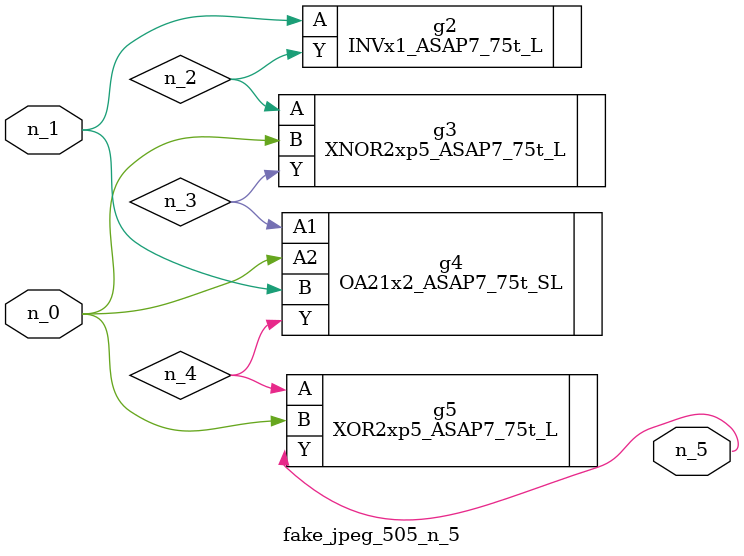
<source format=v>
module fake_jpeg_505_n_5 (n_0, n_1, n_5);

input n_0;
input n_1;

output n_5;

wire n_2;
wire n_3;
wire n_4;

INVx1_ASAP7_75t_L g2 ( 
.A(n_1),
.Y(n_2)
);

XNOR2xp5_ASAP7_75t_L g3 ( 
.A(n_2),
.B(n_0),
.Y(n_3)
);

OA21x2_ASAP7_75t_SL g4 ( 
.A1(n_3),
.A2(n_0),
.B(n_1),
.Y(n_4)
);

XOR2xp5_ASAP7_75t_L g5 ( 
.A(n_4),
.B(n_0),
.Y(n_5)
);


endmodule
</source>
